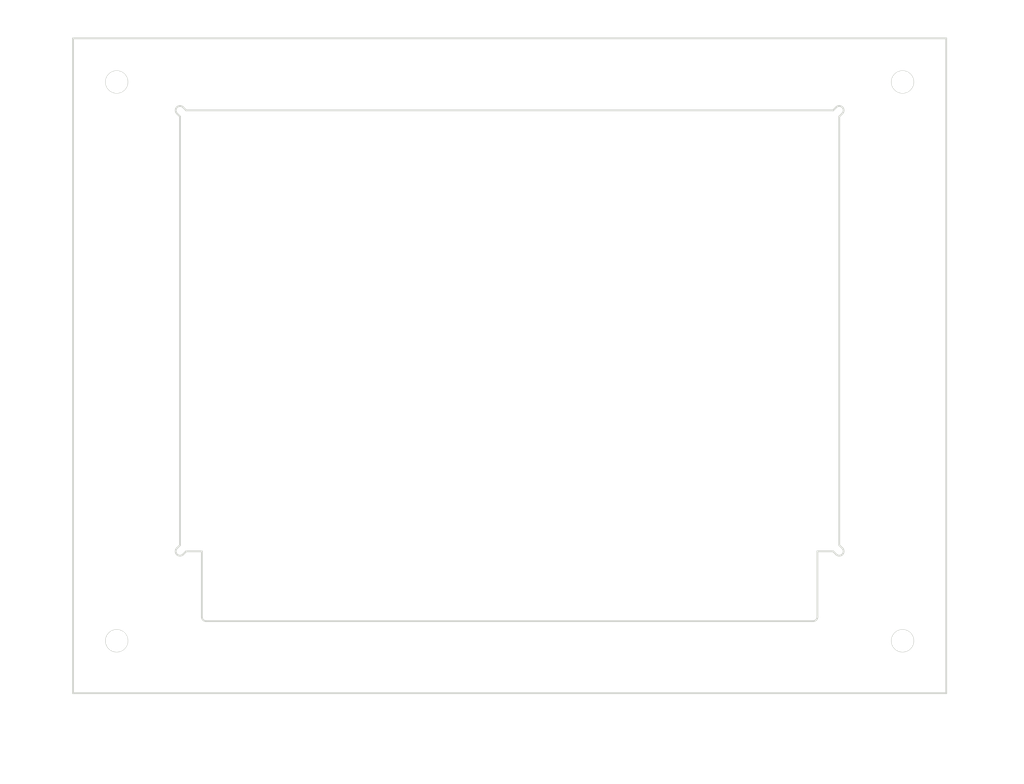
<source format=kicad_pcb>
(kicad_pcb (version 20211014) (generator pcbnew)
  (title_block (title "PurpleDrop 50x75 Top-Plate Frame") (date "2021-04-15") (rev "2"))
  (layers (0 "F.Cu" signal) (31 "B.Cu" signal) (34 "B.Paste" user) (35 "F.Paste" user) (36 "B.SilkS" user "B.Silkscreen") (37 "F.SilkS" user "F.Silkscreen") (38 "B.Mask" user) (39 "F.Mask" user) (44 "Edge.Cuts" user))
  (net 0 "")
  (footprint "MountingHole:MountingHole_2.5mm" (layer "F.Cu") (at 231.9 55.65)
    (fp_text reference "REF**" hide)
    (fp_text value "MountingHole_2.5mm" hide)
    (pad "" np_thru_hole circle locked (at 0 0) (size 2.5 2.5) (drill 2.5) (layers *.Cu *.Mask))
  )
  (footprint "MountingHole:MountingHole_2.5mm" (layer "F.Cu") (at 141.91 119.65)
    (fp_text reference "REF**" hide)
    (fp_text value "MountingHole_2.5mm" hide)
    (pad "" np_thru_hole circle locked (at 0 0) (size 2.5 2.5) (drill 2.5) (layers *.Cu *.Mask))
  )
  (footprint "MountingHole:MountingHole_2.5mm" (layer "F.Cu") (at 141.9 55.65)
    (fp_text reference "REF**" hide)
    (fp_text value "MountingHole_2.5mm" hide)
    (pad "" np_thru_hole circle locked (at 0 0) (size 2.5 2.5) (drill 2.5) (layers *.Cu *.Mask))
  )
  (footprint "MountingHole:MountingHole_2.5mm" (layer "F.Cu") (at 231.9 119.65)
    (fp_text reference "REF**" hide)
    (fp_text value "MountingHole_2.5mm" hide)
    (pad "" np_thru_hole circle locked (at 0 0) (size 2.5 2.5) (drill 2.5) (layers *.Cu *.Mask))
  )
  (gr_circle (center 231.899999 119.649999) (end 233.119999 119.649999) (layer "Edge.Cuts") (width 0.2) (fill none))
  (gr_circle (center 231.899999 55.65) (end 233.119999 55.65) (layer "Edge.Cuts") (width 0.2) (fill none))
  (gr_line (start 149.149999 108.692893) (end 149.15 59.607106) (layer "Edge.Cuts") (width 0.2))
  (gr_line (start 149.15 59.607106) (end 148.796446 59.253553) (layer "Edge.Cuts") (width 0.2))
  (gr_arc (start 225.003551 109.046444) (mid 225.003552 109.753551) (end 224.296445 109.753552) (layer "Edge.Cuts") (width 0.2))
  (gr_line (start 149.503552 58.546446) (end 149.857105 58.9) (layer "Edge.Cuts") (width 0.2))
  (gr_line (start 149.857105 109.399998) (end 149.503552 109.753552) (layer "Edge.Cuts") (width 0.2))
  (gr_line (start 151.649999 116.899999) (end 151.649998 109.399999) (layer "Edge.Cuts") (width 0.2))
  (gr_line (start 221.649998 117.399999) (end 152.149998 117.399998) (layer "Edge.Cuts") (width 0.2))
  (gr_circle (center 141.9 119.649999) (end 143.12 119.649999) (layer "Edge.Cuts") (width 0.2) (fill none))
  (gr_circle (center 141.9 55.65) (end 143.12 55.65) (layer "Edge.Cuts") (width 0.2) (fill none))
  (gr_arc (start 222.149999 116.899998) (mid 222.003552 117.253552) (end 221.649998 117.399999) (layer "Edge.Cuts") (width 0.2))
  (gr_line (start 223.942892 109.399998) (end 222.149998 109.399999) (layer "Edge.Cuts") (width 0.2))
  (gr_line (start 149.857105 58.9) (end 223.942892 58.9) (layer "Edge.Cuts") (width 0.2))
  (gr_arc (start 224.296444 58.546447) (mid 225.003551 58.546446) (end 225.003552 59.253553) (layer "Edge.Cuts") (width 0.2))
  (gr_arc (start 152.149998 117.399998) (mid 151.796445 117.253552) (end 151.649999 116.899999) (layer "Edge.Cuts") (width 0.2))
  (gr_line (start 151.649998 109.399999) (end 149.857105 109.399998) (layer "Edge.Cuts") (width 0.2))
  (gr_arc (start 148.796448 59.253554) (mid 148.796446 58.546448) (end 149.503552 58.546446) (layer "Edge.Cuts") (width 0.2))
  (gr_line (start 236.899999 125.649999) (end 136.9 125.649998) (layer "Edge.Cuts") (width 0.2))
  (gr_arc (start 149.503552 109.75355) (mid 148.796447 109.753551) (end 148.796446 109.046446) (layer "Edge.Cuts") (width 0.2))
  (gr_line (start 224.296445 109.753552) (end 223.942892 109.399998) (layer "Edge.Cuts") (width 0.2))
  (gr_line (start 136.9 125.649998) (end 136.899999 50.65) (layer "Edge.Cuts") (width 0.2))
  (gr_line (start 223.942892 58.9) (end 224.296445 58.546446) (layer "Edge.Cuts") (width 0.2))
  (gr_line (start 222.149998 109.399999) (end 222.149998 116.899998) (layer "Edge.Cuts") (width 0.2))
  (gr_line (start 136.899999 50.65) (end 236.899999 50.65) (layer "Edge.Cuts") (width 0.2))
  (gr_line (start 148.796446 109.046446) (end 149.149999 108.692893) (layer "Edge.Cuts") (width 0.2))
  (gr_line (start 224.649999 59.607106) (end 224.649999 108.692893) (layer "Edge.Cuts") (width 0.2))
  (gr_line (start 224.649999 108.692893) (end 225.003552 109.046446) (layer "Edge.Cuts") (width 0.2))
  (gr_line (start 225.003552 59.253553) (end 224.649999 59.607106) (layer "Edge.Cuts") (width 0.2))
  (gr_line (start 236.899999 50.65) (end 236.899999 125.649999) (layer "Edge.Cuts") (width 0.2))
)
</source>
